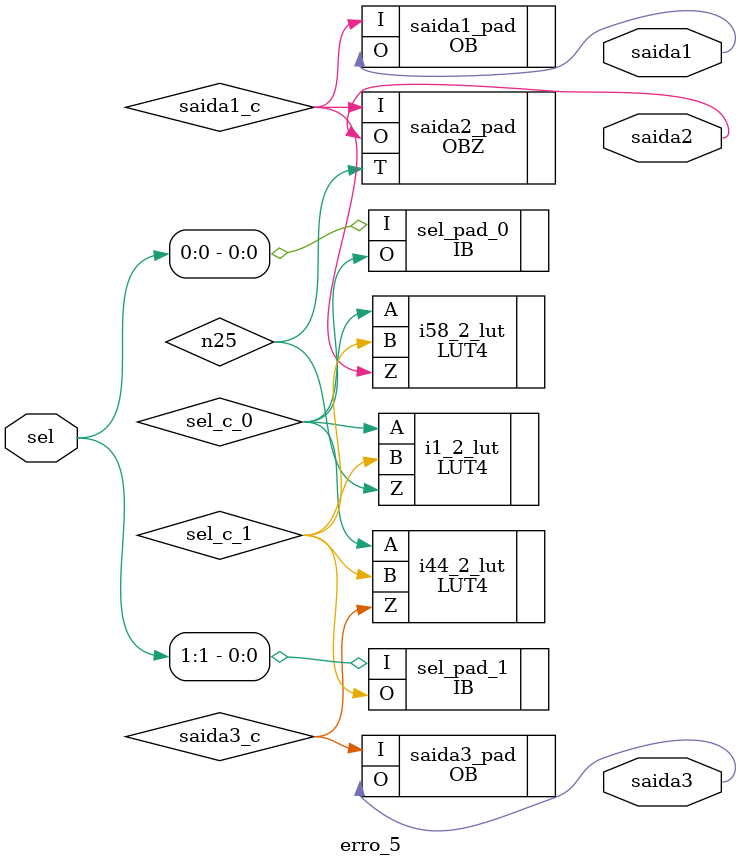
<source format=v>

module erro_5 (sel, saida1, saida2, saida3);   // d:/rtl_fpga/vhdl/erros_2/erro_5.vhd(4[8:14])
    input [1:0]sel;   // d:/rtl_fpga/vhdl/erros_2/erro_5.vhd(7[4:7])
    output saida1;   // d:/rtl_fpga/vhdl/erros_2/erro_5.vhd(8[4:10])
    output saida2;   // d:/rtl_fpga/vhdl/erros_2/erro_5.vhd(8[11:17])
    output saida3;   // d:/rtl_fpga/vhdl/erros_2/erro_5.vhd(8[18:24])
    
    
    wire GND_net, sel_c_1, sel_c_0, saida1_c, saida3_c, n25, VCC_net;
    
    VHI i40 (.Z(VCC_net));
    LUT4 i58_2_lut (.A(sel_c_0), .B(sel_c_1), .Z(saida1_c)) /* synthesis lut_function=(!((B)+!A)) */ ;   // d:/rtl_fpga/vhdl/erros_2/erro_5.vhd(24[9:18])
    defparam i58_2_lut.init = 16'h2222;
    OBZ saida2_pad (.I(saida1_c), .T(n25), .O(saida2));   // d:/rtl_fpga/vhdl/erros_2/erro_5.vhd(16[1] 32[13])
    PUR PUR_INST (.PUR(VCC_net));
    defparam PUR_INST.RST_PULSE = 1;
    IB sel_pad_0 (.I(sel[0]), .O(sel_c_0));   // d:/rtl_fpga/vhdl/erros_2/erro_5.vhd(7[4:7])
    VLO i59 (.Z(GND_net));
    GSR GSR_INST (.GSR(VCC_net));
    IB sel_pad_1 (.I(sel[1]), .O(sel_c_1));   // d:/rtl_fpga/vhdl/erros_2/erro_5.vhd(7[4:7])
    OB saida3_pad (.I(saida3_c), .O(saida3));   // d:/rtl_fpga/vhdl/erros_2/erro_5.vhd(8[18:24])
    LUT4 i1_2_lut (.A(sel_c_0), .B(sel_c_1), .Z(n25)) /* synthesis lut_function=(!(A+!(B))) */ ;   // d:/rtl_fpga/vhdl/erros_2/erro_5.vhd(21[3] 31[10])
    defparam i1_2_lut.init = 16'h4444;
    LUT4 i44_2_lut (.A(sel_c_0), .B(sel_c_1), .Z(saida3_c)) /* synthesis lut_function=(A (B)) */ ;   // d:/rtl_fpga/vhdl/erros_2/erro_5.vhd(21[3] 31[10])
    defparam i44_2_lut.init = 16'h8888;
    OB saida1_pad (.I(saida1_c), .O(saida1));   // d:/rtl_fpga/vhdl/erros_2/erro_5.vhd(8[4:10])
    
endmodule
//
// Verilog Description of module PUR
// module not written out since it is a black-box. 
//


</source>
